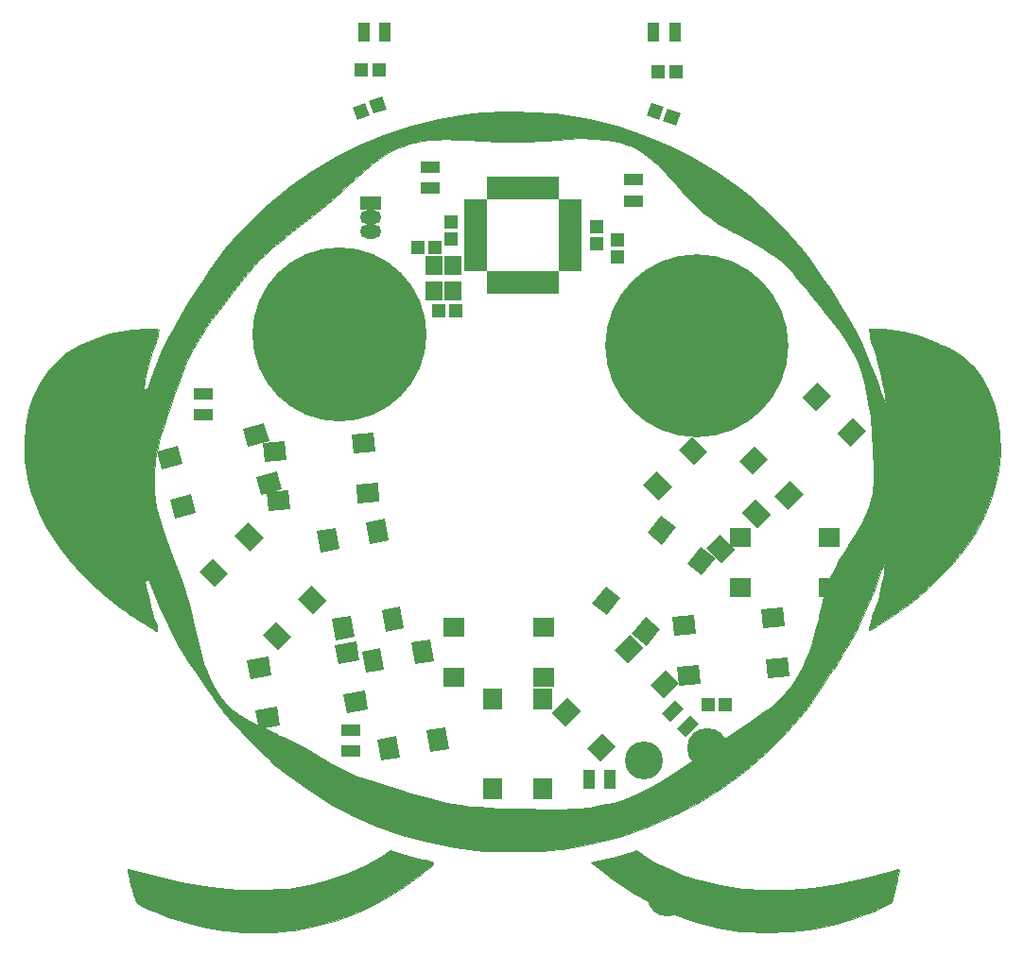
<source format=gts>
G04 #@! TF.FileFunction,Soldermask,Top*
%FSLAX46Y46*%
G04 Gerber Fmt 4.6, Leading zero omitted, Abs format (unit mm)*
G04 Created by KiCad (PCBNEW 4.0.7-e2-6376~58~ubuntu16.04.1) date Sun Nov 19 08:32:38 2017*
%MOMM*%
%LPD*%
G01*
G04 APERTURE LIST*
%ADD10C,0.100000*%
%ADD11C,0.010000*%
%ADD12C,15.600000*%
%ADD13C,16.400000*%
%ADD14R,1.150000X1.200000*%
%ADD15R,1.200000X1.150000*%
%ADD16R,1.593800X1.797000*%
%ADD17R,2.000000X0.950000*%
%ADD18R,0.950000X2.000000*%
%ADD19R,1.700000X1.100000*%
%ADD20C,3.600000*%
%ADD21C,3.400000*%
%ADD22R,1.950000X1.700000*%
%ADD23R,1.700000X1.950000*%
%ADD24O,1.900000X1.300000*%
%ADD25R,1.900000X1.300000*%
%ADD26R,1.200000X1.200000*%
%ADD27R,1.100000X1.700000*%
G04 APERTURE END LIST*
D10*
D11*
G36*
X101866427Y-91709551D02*
X102415028Y-91868559D01*
X103026394Y-92033927D01*
X103604727Y-92180168D01*
X103862266Y-92240568D01*
X104249555Y-92327355D01*
X104517348Y-92400026D01*
X104661584Y-92478580D01*
X104678207Y-92583014D01*
X104563157Y-92733326D01*
X104312374Y-92949514D01*
X103921802Y-93251576D01*
X103608692Y-93489966D01*
X101766849Y-94793632D01*
X99900975Y-95911159D01*
X98009546Y-96843204D01*
X96091040Y-97590425D01*
X94143932Y-98153480D01*
X92166699Y-98533027D01*
X91815403Y-98580895D01*
X91161386Y-98643444D01*
X90371036Y-98685478D01*
X89495039Y-98707090D01*
X88584078Y-98708372D01*
X87688837Y-98689419D01*
X86860000Y-98650322D01*
X86148252Y-98591175D01*
X85970119Y-98570174D01*
X84383983Y-98304701D01*
X82750319Y-97913586D01*
X81542629Y-97549405D01*
X80966810Y-97350513D01*
X80369931Y-97128418D01*
X79783186Y-96896360D01*
X79237771Y-96667579D01*
X78764883Y-96455314D01*
X78395715Y-96272804D01*
X78161465Y-96133290D01*
X78114501Y-96094489D01*
X78052183Y-95969362D01*
X77958605Y-95705333D01*
X77843846Y-95339414D01*
X77717982Y-94908613D01*
X77591092Y-94449942D01*
X77473250Y-94000409D01*
X77374536Y-93597024D01*
X77305026Y-93276798D01*
X77274797Y-93076741D01*
X77279963Y-93029513D01*
X77380333Y-93038876D01*
X77615175Y-93096364D01*
X77940422Y-93190741D01*
X78065923Y-93229919D01*
X79309477Y-93592503D01*
X80684671Y-93935709D01*
X82135128Y-94247260D01*
X83604474Y-94514884D01*
X84788184Y-94693530D01*
X85481177Y-94769360D01*
X86296683Y-94828961D01*
X87192948Y-94871762D01*
X88128217Y-94897192D01*
X89060736Y-94904681D01*
X89948750Y-94893659D01*
X90750505Y-94863555D01*
X91424246Y-94813800D01*
X91655592Y-94787351D01*
X93593222Y-94461228D01*
X95410086Y-94005566D01*
X97100400Y-93422333D01*
X98658383Y-92713496D01*
X99953182Y-91962959D01*
X100830060Y-91394914D01*
X101866427Y-91709551D01*
X101866427Y-91709551D01*
G37*
X101866427Y-91709551D02*
X102415028Y-91868559D01*
X103026394Y-92033927D01*
X103604727Y-92180168D01*
X103862266Y-92240568D01*
X104249555Y-92327355D01*
X104517348Y-92400026D01*
X104661584Y-92478580D01*
X104678207Y-92583014D01*
X104563157Y-92733326D01*
X104312374Y-92949514D01*
X103921802Y-93251576D01*
X103608692Y-93489966D01*
X101766849Y-94793632D01*
X99900975Y-95911159D01*
X98009546Y-96843204D01*
X96091040Y-97590425D01*
X94143932Y-98153480D01*
X92166699Y-98533027D01*
X91815403Y-98580895D01*
X91161386Y-98643444D01*
X90371036Y-98685478D01*
X89495039Y-98707090D01*
X88584078Y-98708372D01*
X87688837Y-98689419D01*
X86860000Y-98650322D01*
X86148252Y-98591175D01*
X85970119Y-98570174D01*
X84383983Y-98304701D01*
X82750319Y-97913586D01*
X81542629Y-97549405D01*
X80966810Y-97350513D01*
X80369931Y-97128418D01*
X79783186Y-96896360D01*
X79237771Y-96667579D01*
X78764883Y-96455314D01*
X78395715Y-96272804D01*
X78161465Y-96133290D01*
X78114501Y-96094489D01*
X78052183Y-95969362D01*
X77958605Y-95705333D01*
X77843846Y-95339414D01*
X77717982Y-94908613D01*
X77591092Y-94449942D01*
X77473250Y-94000409D01*
X77374536Y-93597024D01*
X77305026Y-93276798D01*
X77274797Y-93076741D01*
X77279963Y-93029513D01*
X77380333Y-93038876D01*
X77615175Y-93096364D01*
X77940422Y-93190741D01*
X78065923Y-93229919D01*
X79309477Y-93592503D01*
X80684671Y-93935709D01*
X82135128Y-94247260D01*
X83604474Y-94514884D01*
X84788184Y-94693530D01*
X85481177Y-94769360D01*
X86296683Y-94828961D01*
X87192948Y-94871762D01*
X88128217Y-94897192D01*
X89060736Y-94904681D01*
X89948750Y-94893659D01*
X90750505Y-94863555D01*
X91424246Y-94813800D01*
X91655592Y-94787351D01*
X93593222Y-94461228D01*
X95410086Y-94005566D01*
X97100400Y-93422333D01*
X98658383Y-92713496D01*
X99953182Y-91962959D01*
X100830060Y-91394914D01*
X101866427Y-91709551D01*
G36*
X123465660Y-91791936D02*
X124470281Y-92416611D01*
X125616115Y-93002504D01*
X126857089Y-93528805D01*
X128147130Y-93974703D01*
X128579666Y-94101755D01*
X130420841Y-94526889D01*
X132361615Y-94799853D01*
X134391628Y-94921150D01*
X136500523Y-94891286D01*
X138677942Y-94710764D01*
X140913526Y-94380088D01*
X143196918Y-93899763D01*
X145489481Y-93278802D01*
X145949921Y-93150538D01*
X146255162Y-93088528D01*
X146396832Y-93094302D01*
X146406260Y-93111398D01*
X146384182Y-93236266D01*
X146323599Y-93509174D01*
X146232502Y-93895851D01*
X146118883Y-94362026D01*
X146051968Y-94630799D01*
X145698120Y-96041910D01*
X144711856Y-96530248D01*
X144064816Y-96824822D01*
X143289916Y-97136334D01*
X142443748Y-97444610D01*
X141582903Y-97729478D01*
X140763973Y-97970763D01*
X140414278Y-98062223D01*
X139614512Y-98251261D01*
X138887987Y-98397954D01*
X138188589Y-98507687D01*
X137470205Y-98585846D01*
X136686724Y-98637814D01*
X135792034Y-98668979D01*
X135117814Y-98680772D01*
X134430622Y-98685406D01*
X133763422Y-98682590D01*
X133153138Y-98673035D01*
X132636696Y-98657447D01*
X132251020Y-98636538D01*
X132107443Y-98622956D01*
X130140466Y-98287821D01*
X128184932Y-97770138D01*
X126253697Y-97075504D01*
X124359617Y-96209515D01*
X122515547Y-95177766D01*
X120734343Y-93985854D01*
X119774021Y-93254414D01*
X118809288Y-92485843D01*
X120218402Y-92137635D01*
X120768630Y-91998074D01*
X121310552Y-91854293D01*
X121791702Y-91720631D01*
X122159616Y-91611425D01*
X122247363Y-91583155D01*
X122867211Y-91376883D01*
X123465660Y-91791936D01*
X123465660Y-91791936D01*
G37*
X123465660Y-91791936D02*
X124470281Y-92416611D01*
X125616115Y-93002504D01*
X126857089Y-93528805D01*
X128147130Y-93974703D01*
X128579666Y-94101755D01*
X130420841Y-94526889D01*
X132361615Y-94799853D01*
X134391628Y-94921150D01*
X136500523Y-94891286D01*
X138677942Y-94710764D01*
X140913526Y-94380088D01*
X143196918Y-93899763D01*
X145489481Y-93278802D01*
X145949921Y-93150538D01*
X146255162Y-93088528D01*
X146396832Y-93094302D01*
X146406260Y-93111398D01*
X146384182Y-93236266D01*
X146323599Y-93509174D01*
X146232502Y-93895851D01*
X146118883Y-94362026D01*
X146051968Y-94630799D01*
X145698120Y-96041910D01*
X144711856Y-96530248D01*
X144064816Y-96824822D01*
X143289916Y-97136334D01*
X142443748Y-97444610D01*
X141582903Y-97729478D01*
X140763973Y-97970763D01*
X140414278Y-98062223D01*
X139614512Y-98251261D01*
X138887987Y-98397954D01*
X138188589Y-98507687D01*
X137470205Y-98585846D01*
X136686724Y-98637814D01*
X135792034Y-98668979D01*
X135117814Y-98680772D01*
X134430622Y-98685406D01*
X133763422Y-98682590D01*
X133153138Y-98673035D01*
X132636696Y-98657447D01*
X132251020Y-98636538D01*
X132107443Y-98622956D01*
X130140466Y-98287821D01*
X128184932Y-97770138D01*
X126253697Y-97075504D01*
X124359617Y-96209515D01*
X122515547Y-95177766D01*
X120734343Y-93985854D01*
X119774021Y-93254414D01*
X118809288Y-92485843D01*
X120218402Y-92137635D01*
X120768630Y-91998074D01*
X121310552Y-91854293D01*
X121791702Y-91720631D01*
X122159616Y-91611425D01*
X122247363Y-91583155D01*
X122867211Y-91376883D01*
X123465660Y-91791936D01*
G36*
X112302616Y-25179875D02*
X113240635Y-25200879D01*
X114145092Y-25235095D01*
X114974681Y-25281680D01*
X115688095Y-25339790D01*
X116114851Y-25389425D01*
X118632704Y-25829260D01*
X121076973Y-26440762D01*
X123444224Y-27222422D01*
X125731027Y-28172728D01*
X127933948Y-29290172D01*
X130049555Y-30573242D01*
X132074416Y-32020430D01*
X133142258Y-32880829D01*
X133795306Y-33454311D01*
X134521096Y-34134537D01*
X135281402Y-34882478D01*
X136037998Y-35659104D01*
X136752657Y-36425385D01*
X137387155Y-37142291D01*
X137785681Y-37621910D01*
X138158560Y-38106955D01*
X138605673Y-38720671D01*
X139104755Y-39430216D01*
X139633539Y-40202745D01*
X140169761Y-41005414D01*
X140691153Y-41805379D01*
X141175451Y-42569796D01*
X141513257Y-43120448D01*
X142308041Y-44534204D01*
X143076234Y-46085674D01*
X143795053Y-47724463D01*
X144441713Y-49400175D01*
X144732134Y-50239957D01*
X144878103Y-50669324D01*
X145004539Y-51021803D01*
X145099512Y-51265540D01*
X145151088Y-51368680D01*
X145155249Y-51369537D01*
X145171582Y-51244087D01*
X145146219Y-50965387D01*
X145085405Y-50562128D01*
X144995386Y-50062997D01*
X144882404Y-49496684D01*
X144752707Y-48891877D01*
X144612538Y-48277266D01*
X144468142Y-47681539D01*
X144325764Y-47133384D01*
X144191649Y-46661492D01*
X144072043Y-46294551D01*
X144022747Y-46166818D01*
X143881782Y-45769015D01*
X143768039Y-45342141D01*
X143725268Y-45109773D01*
X143656898Y-44601340D01*
X144914208Y-44661022D01*
X146115696Y-44757923D01*
X147164526Y-44929627D01*
X148082564Y-45180641D01*
X148767549Y-45455575D01*
X149186769Y-45649452D01*
X149605422Y-45838542D01*
X149949995Y-45989761D01*
X150028555Y-46023057D01*
X150400902Y-46179292D01*
X150787749Y-46342395D01*
X150922258Y-46399350D01*
X151354783Y-46629325D01*
X151849692Y-46966622D01*
X152353444Y-47370370D01*
X152812495Y-47799699D01*
X152954938Y-47950923D01*
X153732034Y-48949020D01*
X154365576Y-50063951D01*
X154853230Y-51288227D01*
X155192664Y-52614359D01*
X155381544Y-54034859D01*
X155417538Y-55542238D01*
X155407519Y-55824049D01*
X155267283Y-57301322D01*
X154975865Y-58736396D01*
X154526832Y-60146356D01*
X153913754Y-61548288D01*
X153130198Y-62959277D01*
X152192438Y-64364909D01*
X151749660Y-64932771D01*
X151185806Y-65582255D01*
X150531270Y-66283375D01*
X149816443Y-67006142D01*
X149071719Y-67720568D01*
X148327492Y-68396667D01*
X147614153Y-69004449D01*
X147009101Y-69479124D01*
X146454897Y-69883486D01*
X145897178Y-70275878D01*
X145357891Y-70642279D01*
X144858981Y-70968668D01*
X144422395Y-71241024D01*
X144070079Y-71445327D01*
X143823978Y-71567557D01*
X143706038Y-71593693D01*
X143702926Y-71591343D01*
X143693794Y-71472002D01*
X143734421Y-71220687D01*
X143812373Y-70882997D01*
X143915217Y-70504531D01*
X144030519Y-70130888D01*
X144145848Y-69807666D01*
X144248768Y-69580465D01*
X144253446Y-69572305D01*
X144363282Y-69327747D01*
X144486134Y-68968666D01*
X144598507Y-68565111D01*
X144616779Y-68488998D01*
X144712351Y-68053589D01*
X144811900Y-67556651D01*
X144909380Y-67033981D01*
X144998745Y-66521375D01*
X145073950Y-66054630D01*
X145128947Y-65669541D01*
X145157692Y-65401906D01*
X145156654Y-65292505D01*
X145116412Y-65333495D01*
X145033019Y-65523563D01*
X144918675Y-65831965D01*
X144786339Y-66225610D01*
X144173017Y-67959351D01*
X143449866Y-69712699D01*
X142645682Y-71421301D01*
X141789263Y-73020803D01*
X141600129Y-73345862D01*
X141169036Y-74057559D01*
X140679266Y-74836106D01*
X140153331Y-75647992D01*
X139613746Y-76459705D01*
X139083026Y-77237733D01*
X138583685Y-77948566D01*
X138138237Y-78558692D01*
X137823291Y-78967465D01*
X136201411Y-80850516D01*
X134452158Y-82602546D01*
X132585510Y-84216732D01*
X130611447Y-85686248D01*
X128539947Y-87004270D01*
X126380990Y-88163974D01*
X124144554Y-89158534D01*
X121840619Y-89981126D01*
X121618184Y-90050207D01*
X119868557Y-90530678D01*
X118041877Y-90928705D01*
X116217076Y-91228679D01*
X114891888Y-91380404D01*
X114515608Y-91405171D01*
X113999294Y-91425872D01*
X113379132Y-91442281D01*
X112691302Y-91454171D01*
X111971989Y-91461315D01*
X111257375Y-91463487D01*
X110583643Y-91460459D01*
X109986978Y-91452006D01*
X109503561Y-91437901D01*
X109169575Y-91417916D01*
X109153369Y-91416356D01*
X106623449Y-91087110D01*
X104206725Y-90612945D01*
X101890497Y-89988761D01*
X99662062Y-89209459D01*
X97508721Y-88269939D01*
X95417773Y-87165102D01*
X93376516Y-85889849D01*
X91372250Y-84439080D01*
X90950036Y-84107802D01*
X90460444Y-83696140D01*
X89879547Y-83171486D01*
X89237727Y-82564351D01*
X88565364Y-81905245D01*
X87892840Y-81224676D01*
X87250534Y-80553155D01*
X86668829Y-79921191D01*
X86178105Y-79359293D01*
X85971890Y-79108577D01*
X85652735Y-78692298D01*
X85255665Y-78147142D01*
X84801721Y-77504254D01*
X84311946Y-76794779D01*
X83807381Y-76049862D01*
X83309066Y-75300650D01*
X82838045Y-74578288D01*
X82415358Y-73913920D01*
X82062046Y-73338693D01*
X81976815Y-73195120D01*
X80996078Y-71383437D01*
X80091388Y-69417587D01*
X79272602Y-67319526D01*
X79043800Y-66663510D01*
X78877884Y-66182611D01*
X78731896Y-65774219D01*
X78616563Y-65467177D01*
X78542612Y-65290328D01*
X78521481Y-65259107D01*
X78507506Y-65381957D01*
X78534435Y-65658665D01*
X78596087Y-66060931D01*
X78686284Y-66560450D01*
X78798846Y-67128920D01*
X78927593Y-67738038D01*
X79066347Y-68359501D01*
X79208928Y-68965008D01*
X79349156Y-69526254D01*
X79480853Y-70014937D01*
X79597839Y-70402755D01*
X79693935Y-70661404D01*
X79706977Y-70688947D01*
X79822902Y-70969236D01*
X79908880Y-71263565D01*
X79954594Y-71520216D01*
X79949726Y-71687468D01*
X79913399Y-71723762D01*
X79791139Y-71673528D01*
X79542707Y-71535174D01*
X79196938Y-71327219D01*
X78782670Y-71068183D01*
X78328737Y-70776585D01*
X77863977Y-70470947D01*
X77417224Y-70169787D01*
X77017315Y-69891625D01*
X76697814Y-69658561D01*
X75044162Y-68322038D01*
X73556705Y-66941462D01*
X72238903Y-65521283D01*
X71094220Y-64065951D01*
X70126116Y-62579915D01*
X69338053Y-61067625D01*
X68733493Y-59533532D01*
X68671029Y-59340557D01*
X68447537Y-58452843D01*
X79628977Y-58452843D01*
X79658809Y-59146992D01*
X79740334Y-59858897D01*
X79878861Y-60611244D01*
X80079700Y-61426718D01*
X80348160Y-62328005D01*
X80689551Y-63337793D01*
X81109181Y-64478767D01*
X81390276Y-65208987D01*
X81717047Y-66051548D01*
X81985228Y-66759040D01*
X82206879Y-67370770D01*
X82394063Y-67926047D01*
X82558843Y-68464180D01*
X82713279Y-69024477D01*
X82869436Y-69646246D01*
X83039373Y-70368797D01*
X83226482Y-71192887D01*
X83531541Y-72489555D01*
X83824732Y-73611897D01*
X84110228Y-74573052D01*
X84392202Y-75386156D01*
X84674826Y-76064347D01*
X84936214Y-76575534D01*
X85315322Y-77198154D01*
X85710678Y-77750621D01*
X86142579Y-78248442D01*
X86631321Y-78707124D01*
X87197200Y-79142174D01*
X87860514Y-79569098D01*
X88641558Y-80003404D01*
X89560629Y-80460598D01*
X90638025Y-80956187D01*
X90714851Y-80990469D01*
X91449123Y-81319953D01*
X92046597Y-81595247D01*
X92543678Y-81835648D01*
X92976769Y-82060454D01*
X93382277Y-82288962D01*
X93796606Y-82540470D01*
X94256160Y-82834274D01*
X94525153Y-83010218D01*
X95056859Y-83349943D01*
X95571320Y-83655140D01*
X96091410Y-83935299D01*
X96640007Y-84199910D01*
X97239986Y-84458462D01*
X97914222Y-84720446D01*
X98685591Y-84995351D01*
X99576969Y-85292667D01*
X100611232Y-85621883D01*
X101439295Y-85878492D01*
X102647982Y-86245065D01*
X103710436Y-86554014D01*
X104657726Y-86810678D01*
X105520921Y-87020395D01*
X106331088Y-87188502D01*
X107119296Y-87320338D01*
X107916613Y-87421241D01*
X108754108Y-87496549D01*
X109662849Y-87551599D01*
X110673904Y-87591732D01*
X111552258Y-87616081D01*
X112605026Y-87641266D01*
X113490653Y-87661661D01*
X114230088Y-87677269D01*
X114844277Y-87688095D01*
X115354167Y-87694141D01*
X115780705Y-87695414D01*
X116144839Y-87691916D01*
X116467516Y-87683651D01*
X116769683Y-87670624D01*
X117072286Y-87652838D01*
X117396273Y-87630298D01*
X117572999Y-87617233D01*
X118686869Y-87503817D01*
X119749645Y-87328927D01*
X120781417Y-87083832D01*
X121802271Y-86759796D01*
X122832297Y-86348088D01*
X123891582Y-85839974D01*
X125000215Y-85226721D01*
X126178283Y-84499595D01*
X127445874Y-83649863D01*
X128626703Y-82811631D01*
X129168826Y-82426056D01*
X129812159Y-81980446D01*
X130498369Y-81514496D01*
X131169124Y-81067902D01*
X131637073Y-80763027D01*
X132636166Y-80111132D01*
X133489023Y-79533239D01*
X134214818Y-79013681D01*
X134832726Y-78536797D01*
X135361918Y-78086923D01*
X135821569Y-77648393D01*
X136230852Y-77205546D01*
X136608941Y-76742717D01*
X136692720Y-76632835D01*
X137084888Y-76082527D01*
X137433324Y-75522896D01*
X137747850Y-74929458D01*
X138038286Y-74277728D01*
X138314453Y-73543222D01*
X138586172Y-72701454D01*
X138863264Y-71727941D01*
X139155550Y-70598196D01*
X139223738Y-70322716D01*
X139452451Y-69401824D01*
X139652309Y-68632155D01*
X139836676Y-67981580D01*
X140018918Y-67417973D01*
X140212400Y-66909206D01*
X140430486Y-66423152D01*
X140686543Y-65927683D01*
X140993935Y-65390671D01*
X141366028Y-64779990D01*
X141816186Y-64063512D01*
X141849468Y-64010932D01*
X142461838Y-63014079D01*
X142959218Y-62134809D01*
X143351681Y-61350135D01*
X143649299Y-60637075D01*
X143862146Y-59972644D01*
X144000294Y-59333858D01*
X144046739Y-58997231D01*
X144071352Y-58622116D01*
X144081628Y-58093715D01*
X144078800Y-57446241D01*
X144064103Y-56713911D01*
X144038770Y-55930939D01*
X144004037Y-55131542D01*
X143961136Y-54349934D01*
X143911301Y-53620331D01*
X143855767Y-52976949D01*
X143816605Y-52616278D01*
X143735187Y-52011966D01*
X143631792Y-51344626D01*
X143520788Y-50702829D01*
X143433622Y-50255154D01*
X143225854Y-49347880D01*
X142994484Y-48523599D01*
X142725615Y-47756300D01*
X142405350Y-47019971D01*
X142019793Y-46288599D01*
X141555045Y-45536173D01*
X140997210Y-44736681D01*
X140332391Y-43864110D01*
X139546691Y-42892449D01*
X139415372Y-42733921D01*
X138959200Y-42182971D01*
X138495468Y-41619817D01*
X138053690Y-41080519D01*
X137663376Y-40601141D01*
X137354042Y-40217743D01*
X137271933Y-40114873D01*
X136816846Y-39564742D01*
X136370280Y-39078566D01*
X135906819Y-38637096D01*
X135401046Y-38221084D01*
X134827545Y-37811284D01*
X134160898Y-37388447D01*
X133375691Y-36933326D01*
X132446506Y-36426674D01*
X132295592Y-36346344D01*
X131417535Y-35875851D01*
X130680984Y-35467534D01*
X130058689Y-35100369D01*
X129523404Y-34753330D01*
X129047881Y-34405394D01*
X128604873Y-34035535D01*
X128167131Y-33622729D01*
X127707409Y-33145951D01*
X127198458Y-32584177D01*
X126732834Y-32054028D01*
X126283802Y-31544820D01*
X125833536Y-31045065D01*
X125410758Y-30585852D01*
X125044191Y-30198270D01*
X124762558Y-29913410D01*
X124699409Y-29853084D01*
X124111523Y-29350056D01*
X123472912Y-28883923D01*
X122836010Y-28489520D01*
X122253252Y-28201682D01*
X122155089Y-28162715D01*
X121230948Y-27882651D01*
X120169385Y-27684498D01*
X119004035Y-27571809D01*
X117768533Y-27548139D01*
X116773369Y-27594088D01*
X115716674Y-27672671D01*
X114820185Y-27737228D01*
X114056525Y-27788304D01*
X113398318Y-27826445D01*
X112818187Y-27852200D01*
X112288756Y-27866113D01*
X111782647Y-27868731D01*
X111272484Y-27860602D01*
X110730891Y-27842270D01*
X110130490Y-27814283D01*
X109443906Y-27777186D01*
X108964607Y-27749948D01*
X107746924Y-27687356D01*
X106692434Y-27650500D01*
X105777722Y-27641063D01*
X104979376Y-27660728D01*
X104273983Y-27711178D01*
X103638130Y-27794097D01*
X103048405Y-27911166D01*
X102481395Y-28064070D01*
X101913686Y-28254492D01*
X101905679Y-28257412D01*
X101360131Y-28475007D01*
X100837452Y-28726240D01*
X100317115Y-29026091D01*
X99778596Y-29389541D01*
X99201369Y-29831569D01*
X98564908Y-30367158D01*
X97848688Y-31011288D01*
X97032182Y-31778939D01*
X96876703Y-31927814D01*
X95773291Y-32946113D01*
X94655421Y-33890756D01*
X93442999Y-34829551D01*
X92470788Y-35560359D01*
X91630128Y-36209625D01*
X90896644Y-36801096D01*
X90245958Y-37358521D01*
X89653693Y-37905647D01*
X89095473Y-38466221D01*
X88546921Y-39063993D01*
X87983660Y-39722710D01*
X87381314Y-40466120D01*
X86715505Y-41317970D01*
X86513590Y-41580192D01*
X85749182Y-42581407D01*
X85091960Y-43458301D01*
X84529460Y-44231755D01*
X84049218Y-44922650D01*
X83638771Y-45551868D01*
X83285656Y-46140291D01*
X82977409Y-46708799D01*
X82701566Y-47278274D01*
X82445665Y-47869599D01*
X82197243Y-48503654D01*
X81943834Y-49201321D01*
X81913627Y-49287095D01*
X81479122Y-50530128D01*
X81105428Y-51614945D01*
X80787693Y-52559652D01*
X80521068Y-53382353D01*
X80300703Y-54101151D01*
X80121749Y-54734153D01*
X79979355Y-55299461D01*
X79868671Y-55815181D01*
X79784847Y-56299417D01*
X79723034Y-56770273D01*
X79678382Y-57245854D01*
X79646040Y-57744264D01*
X79645530Y-57753762D01*
X79628977Y-58452843D01*
X68447537Y-58452843D01*
X68310839Y-57909880D01*
X68106126Y-56414788D01*
X68058212Y-54896009D01*
X68168417Y-53394268D01*
X68432046Y-51974513D01*
X68836907Y-50696707D01*
X69389785Y-49533947D01*
X70088386Y-48488112D01*
X70930417Y-47561084D01*
X71913585Y-46754743D01*
X73035596Y-46070969D01*
X74294156Y-45511641D01*
X75686972Y-45078641D01*
X77211750Y-44773849D01*
X77216205Y-44773177D01*
X77632082Y-44721495D01*
X78102690Y-44680575D01*
X78592363Y-44651315D01*
X79065433Y-44634615D01*
X79486236Y-44631372D01*
X79819104Y-44642484D01*
X80028370Y-44668850D01*
X80082847Y-44700984D01*
X80049211Y-44959968D01*
X79969458Y-45319096D01*
X79862374Y-45710960D01*
X79746744Y-46068150D01*
X79641352Y-46323256D01*
X79620323Y-46360746D01*
X79510366Y-46603275D01*
X79378692Y-46996479D01*
X79234218Y-47505396D01*
X79085858Y-48095063D01*
X78942529Y-48730517D01*
X78813146Y-49376794D01*
X78729663Y-49853482D01*
X78658072Y-50293126D01*
X78591860Y-50699007D01*
X78540762Y-51011480D01*
X78522689Y-51121540D01*
X78496108Y-51331244D01*
X78511602Y-51388849D01*
X78571694Y-51288832D01*
X78678907Y-51025672D01*
X78835766Y-50593843D01*
X79044793Y-49987824D01*
X79056481Y-49953377D01*
X79473105Y-48774977D01*
X79902517Y-47669207D01*
X80359514Y-46607100D01*
X80858894Y-45559688D01*
X81415455Y-44498005D01*
X82043995Y-43393084D01*
X82759310Y-42215956D01*
X83576198Y-40937656D01*
X83962573Y-40349366D01*
X84690414Y-39274326D01*
X85372121Y-38325997D01*
X86042207Y-37461102D01*
X86735188Y-36636367D01*
X87485579Y-35808515D01*
X88079156Y-35187909D01*
X89898586Y-33452194D01*
X91821850Y-31870521D01*
X93841732Y-30446313D01*
X95951018Y-29182993D01*
X98142491Y-28083982D01*
X100408937Y-27152704D01*
X102743140Y-26392581D01*
X105137885Y-25807035D01*
X107585956Y-25399490D01*
X109041031Y-25244872D01*
X109700241Y-25204583D01*
X110491112Y-25180884D01*
X111372339Y-25172929D01*
X112302616Y-25179875D01*
X112302616Y-25179875D01*
G37*
X112302616Y-25179875D02*
X113240635Y-25200879D01*
X114145092Y-25235095D01*
X114974681Y-25281680D01*
X115688095Y-25339790D01*
X116114851Y-25389425D01*
X118632704Y-25829260D01*
X121076973Y-26440762D01*
X123444224Y-27222422D01*
X125731027Y-28172728D01*
X127933948Y-29290172D01*
X130049555Y-30573242D01*
X132074416Y-32020430D01*
X133142258Y-32880829D01*
X133795306Y-33454311D01*
X134521096Y-34134537D01*
X135281402Y-34882478D01*
X136037998Y-35659104D01*
X136752657Y-36425385D01*
X137387155Y-37142291D01*
X137785681Y-37621910D01*
X138158560Y-38106955D01*
X138605673Y-38720671D01*
X139104755Y-39430216D01*
X139633539Y-40202745D01*
X140169761Y-41005414D01*
X140691153Y-41805379D01*
X141175451Y-42569796D01*
X141513257Y-43120448D01*
X142308041Y-44534204D01*
X143076234Y-46085674D01*
X143795053Y-47724463D01*
X144441713Y-49400175D01*
X144732134Y-50239957D01*
X144878103Y-50669324D01*
X145004539Y-51021803D01*
X145099512Y-51265540D01*
X145151088Y-51368680D01*
X145155249Y-51369537D01*
X145171582Y-51244087D01*
X145146219Y-50965387D01*
X145085405Y-50562128D01*
X144995386Y-50062997D01*
X144882404Y-49496684D01*
X144752707Y-48891877D01*
X144612538Y-48277266D01*
X144468142Y-47681539D01*
X144325764Y-47133384D01*
X144191649Y-46661492D01*
X144072043Y-46294551D01*
X144022747Y-46166818D01*
X143881782Y-45769015D01*
X143768039Y-45342141D01*
X143725268Y-45109773D01*
X143656898Y-44601340D01*
X144914208Y-44661022D01*
X146115696Y-44757923D01*
X147164526Y-44929627D01*
X148082564Y-45180641D01*
X148767549Y-45455575D01*
X149186769Y-45649452D01*
X149605422Y-45838542D01*
X149949995Y-45989761D01*
X150028555Y-46023057D01*
X150400902Y-46179292D01*
X150787749Y-46342395D01*
X150922258Y-46399350D01*
X151354783Y-46629325D01*
X151849692Y-46966622D01*
X152353444Y-47370370D01*
X152812495Y-47799699D01*
X152954938Y-47950923D01*
X153732034Y-48949020D01*
X154365576Y-50063951D01*
X154853230Y-51288227D01*
X155192664Y-52614359D01*
X155381544Y-54034859D01*
X155417538Y-55542238D01*
X155407519Y-55824049D01*
X155267283Y-57301322D01*
X154975865Y-58736396D01*
X154526832Y-60146356D01*
X153913754Y-61548288D01*
X153130198Y-62959277D01*
X152192438Y-64364909D01*
X151749660Y-64932771D01*
X151185806Y-65582255D01*
X150531270Y-66283375D01*
X149816443Y-67006142D01*
X149071719Y-67720568D01*
X148327492Y-68396667D01*
X147614153Y-69004449D01*
X147009101Y-69479124D01*
X146454897Y-69883486D01*
X145897178Y-70275878D01*
X145357891Y-70642279D01*
X144858981Y-70968668D01*
X144422395Y-71241024D01*
X144070079Y-71445327D01*
X143823978Y-71567557D01*
X143706038Y-71593693D01*
X143702926Y-71591343D01*
X143693794Y-71472002D01*
X143734421Y-71220687D01*
X143812373Y-70882997D01*
X143915217Y-70504531D01*
X144030519Y-70130888D01*
X144145848Y-69807666D01*
X144248768Y-69580465D01*
X144253446Y-69572305D01*
X144363282Y-69327747D01*
X144486134Y-68968666D01*
X144598507Y-68565111D01*
X144616779Y-68488998D01*
X144712351Y-68053589D01*
X144811900Y-67556651D01*
X144909380Y-67033981D01*
X144998745Y-66521375D01*
X145073950Y-66054630D01*
X145128947Y-65669541D01*
X145157692Y-65401906D01*
X145156654Y-65292505D01*
X145116412Y-65333495D01*
X145033019Y-65523563D01*
X144918675Y-65831965D01*
X144786339Y-66225610D01*
X144173017Y-67959351D01*
X143449866Y-69712699D01*
X142645682Y-71421301D01*
X141789263Y-73020803D01*
X141600129Y-73345862D01*
X141169036Y-74057559D01*
X140679266Y-74836106D01*
X140153331Y-75647992D01*
X139613746Y-76459705D01*
X139083026Y-77237733D01*
X138583685Y-77948566D01*
X138138237Y-78558692D01*
X137823291Y-78967465D01*
X136201411Y-80850516D01*
X134452158Y-82602546D01*
X132585510Y-84216732D01*
X130611447Y-85686248D01*
X128539947Y-87004270D01*
X126380990Y-88163974D01*
X124144554Y-89158534D01*
X121840619Y-89981126D01*
X121618184Y-90050207D01*
X119868557Y-90530678D01*
X118041877Y-90928705D01*
X116217076Y-91228679D01*
X114891888Y-91380404D01*
X114515608Y-91405171D01*
X113999294Y-91425872D01*
X113379132Y-91442281D01*
X112691302Y-91454171D01*
X111971989Y-91461315D01*
X111257375Y-91463487D01*
X110583643Y-91460459D01*
X109986978Y-91452006D01*
X109503561Y-91437901D01*
X109169575Y-91417916D01*
X109153369Y-91416356D01*
X106623449Y-91087110D01*
X104206725Y-90612945D01*
X101890497Y-89988761D01*
X99662062Y-89209459D01*
X97508721Y-88269939D01*
X95417773Y-87165102D01*
X93376516Y-85889849D01*
X91372250Y-84439080D01*
X90950036Y-84107802D01*
X90460444Y-83696140D01*
X89879547Y-83171486D01*
X89237727Y-82564351D01*
X88565364Y-81905245D01*
X87892840Y-81224676D01*
X87250534Y-80553155D01*
X86668829Y-79921191D01*
X86178105Y-79359293D01*
X85971890Y-79108577D01*
X85652735Y-78692298D01*
X85255665Y-78147142D01*
X84801721Y-77504254D01*
X84311946Y-76794779D01*
X83807381Y-76049862D01*
X83309066Y-75300650D01*
X82838045Y-74578288D01*
X82415358Y-73913920D01*
X82062046Y-73338693D01*
X81976815Y-73195120D01*
X80996078Y-71383437D01*
X80091388Y-69417587D01*
X79272602Y-67319526D01*
X79043800Y-66663510D01*
X78877884Y-66182611D01*
X78731896Y-65774219D01*
X78616563Y-65467177D01*
X78542612Y-65290328D01*
X78521481Y-65259107D01*
X78507506Y-65381957D01*
X78534435Y-65658665D01*
X78596087Y-66060931D01*
X78686284Y-66560450D01*
X78798846Y-67128920D01*
X78927593Y-67738038D01*
X79066347Y-68359501D01*
X79208928Y-68965008D01*
X79349156Y-69526254D01*
X79480853Y-70014937D01*
X79597839Y-70402755D01*
X79693935Y-70661404D01*
X79706977Y-70688947D01*
X79822902Y-70969236D01*
X79908880Y-71263565D01*
X79954594Y-71520216D01*
X79949726Y-71687468D01*
X79913399Y-71723762D01*
X79791139Y-71673528D01*
X79542707Y-71535174D01*
X79196938Y-71327219D01*
X78782670Y-71068183D01*
X78328737Y-70776585D01*
X77863977Y-70470947D01*
X77417224Y-70169787D01*
X77017315Y-69891625D01*
X76697814Y-69658561D01*
X75044162Y-68322038D01*
X73556705Y-66941462D01*
X72238903Y-65521283D01*
X71094220Y-64065951D01*
X70126116Y-62579915D01*
X69338053Y-61067625D01*
X68733493Y-59533532D01*
X68671029Y-59340557D01*
X68447537Y-58452843D01*
X79628977Y-58452843D01*
X79658809Y-59146992D01*
X79740334Y-59858897D01*
X79878861Y-60611244D01*
X80079700Y-61426718D01*
X80348160Y-62328005D01*
X80689551Y-63337793D01*
X81109181Y-64478767D01*
X81390276Y-65208987D01*
X81717047Y-66051548D01*
X81985228Y-66759040D01*
X82206879Y-67370770D01*
X82394063Y-67926047D01*
X82558843Y-68464180D01*
X82713279Y-69024477D01*
X82869436Y-69646246D01*
X83039373Y-70368797D01*
X83226482Y-71192887D01*
X83531541Y-72489555D01*
X83824732Y-73611897D01*
X84110228Y-74573052D01*
X84392202Y-75386156D01*
X84674826Y-76064347D01*
X84936214Y-76575534D01*
X85315322Y-77198154D01*
X85710678Y-77750621D01*
X86142579Y-78248442D01*
X86631321Y-78707124D01*
X87197200Y-79142174D01*
X87860514Y-79569098D01*
X88641558Y-80003404D01*
X89560629Y-80460598D01*
X90638025Y-80956187D01*
X90714851Y-80990469D01*
X91449123Y-81319953D01*
X92046597Y-81595247D01*
X92543678Y-81835648D01*
X92976769Y-82060454D01*
X93382277Y-82288962D01*
X93796606Y-82540470D01*
X94256160Y-82834274D01*
X94525153Y-83010218D01*
X95056859Y-83349943D01*
X95571320Y-83655140D01*
X96091410Y-83935299D01*
X96640007Y-84199910D01*
X97239986Y-84458462D01*
X97914222Y-84720446D01*
X98685591Y-84995351D01*
X99576969Y-85292667D01*
X100611232Y-85621883D01*
X101439295Y-85878492D01*
X102647982Y-86245065D01*
X103710436Y-86554014D01*
X104657726Y-86810678D01*
X105520921Y-87020395D01*
X106331088Y-87188502D01*
X107119296Y-87320338D01*
X107916613Y-87421241D01*
X108754108Y-87496549D01*
X109662849Y-87551599D01*
X110673904Y-87591732D01*
X111552258Y-87616081D01*
X112605026Y-87641266D01*
X113490653Y-87661661D01*
X114230088Y-87677269D01*
X114844277Y-87688095D01*
X115354167Y-87694141D01*
X115780705Y-87695414D01*
X116144839Y-87691916D01*
X116467516Y-87683651D01*
X116769683Y-87670624D01*
X117072286Y-87652838D01*
X117396273Y-87630298D01*
X117572999Y-87617233D01*
X118686869Y-87503817D01*
X119749645Y-87328927D01*
X120781417Y-87083832D01*
X121802271Y-86759796D01*
X122832297Y-86348088D01*
X123891582Y-85839974D01*
X125000215Y-85226721D01*
X126178283Y-84499595D01*
X127445874Y-83649863D01*
X128626703Y-82811631D01*
X129168826Y-82426056D01*
X129812159Y-81980446D01*
X130498369Y-81514496D01*
X131169124Y-81067902D01*
X131637073Y-80763027D01*
X132636166Y-80111132D01*
X133489023Y-79533239D01*
X134214818Y-79013681D01*
X134832726Y-78536797D01*
X135361918Y-78086923D01*
X135821569Y-77648393D01*
X136230852Y-77205546D01*
X136608941Y-76742717D01*
X136692720Y-76632835D01*
X137084888Y-76082527D01*
X137433324Y-75522896D01*
X137747850Y-74929458D01*
X138038286Y-74277728D01*
X138314453Y-73543222D01*
X138586172Y-72701454D01*
X138863264Y-71727941D01*
X139155550Y-70598196D01*
X139223738Y-70322716D01*
X139452451Y-69401824D01*
X139652309Y-68632155D01*
X139836676Y-67981580D01*
X140018918Y-67417973D01*
X140212400Y-66909206D01*
X140430486Y-66423152D01*
X140686543Y-65927683D01*
X140993935Y-65390671D01*
X141366028Y-64779990D01*
X141816186Y-64063512D01*
X141849468Y-64010932D01*
X142461838Y-63014079D01*
X142959218Y-62134809D01*
X143351681Y-61350135D01*
X143649299Y-60637075D01*
X143862146Y-59972644D01*
X144000294Y-59333858D01*
X144046739Y-58997231D01*
X144071352Y-58622116D01*
X144081628Y-58093715D01*
X144078800Y-57446241D01*
X144064103Y-56713911D01*
X144038770Y-55930939D01*
X144004037Y-55131542D01*
X143961136Y-54349934D01*
X143911301Y-53620331D01*
X143855767Y-52976949D01*
X143816605Y-52616278D01*
X143735187Y-52011966D01*
X143631792Y-51344626D01*
X143520788Y-50702829D01*
X143433622Y-50255154D01*
X143225854Y-49347880D01*
X142994484Y-48523599D01*
X142725615Y-47756300D01*
X142405350Y-47019971D01*
X142019793Y-46288599D01*
X141555045Y-45536173D01*
X140997210Y-44736681D01*
X140332391Y-43864110D01*
X139546691Y-42892449D01*
X139415372Y-42733921D01*
X138959200Y-42182971D01*
X138495468Y-41619817D01*
X138053690Y-41080519D01*
X137663376Y-40601141D01*
X137354042Y-40217743D01*
X137271933Y-40114873D01*
X136816846Y-39564742D01*
X136370280Y-39078566D01*
X135906819Y-38637096D01*
X135401046Y-38221084D01*
X134827545Y-37811284D01*
X134160898Y-37388447D01*
X133375691Y-36933326D01*
X132446506Y-36426674D01*
X132295592Y-36346344D01*
X131417535Y-35875851D01*
X130680984Y-35467534D01*
X130058689Y-35100369D01*
X129523404Y-34753330D01*
X129047881Y-34405394D01*
X128604873Y-34035535D01*
X128167131Y-33622729D01*
X127707409Y-33145951D01*
X127198458Y-32584177D01*
X126732834Y-32054028D01*
X126283802Y-31544820D01*
X125833536Y-31045065D01*
X125410758Y-30585852D01*
X125044191Y-30198270D01*
X124762558Y-29913410D01*
X124699409Y-29853084D01*
X124111523Y-29350056D01*
X123472912Y-28883923D01*
X122836010Y-28489520D01*
X122253252Y-28201682D01*
X122155089Y-28162715D01*
X121230948Y-27882651D01*
X120169385Y-27684498D01*
X119004035Y-27571809D01*
X117768533Y-27548139D01*
X116773369Y-27594088D01*
X115716674Y-27672671D01*
X114820185Y-27737228D01*
X114056525Y-27788304D01*
X113398318Y-27826445D01*
X112818187Y-27852200D01*
X112288756Y-27866113D01*
X111782647Y-27868731D01*
X111272484Y-27860602D01*
X110730891Y-27842270D01*
X110130490Y-27814283D01*
X109443906Y-27777186D01*
X108964607Y-27749948D01*
X107746924Y-27687356D01*
X106692434Y-27650500D01*
X105777722Y-27641063D01*
X104979376Y-27660728D01*
X104273983Y-27711178D01*
X103638130Y-27794097D01*
X103048405Y-27911166D01*
X102481395Y-28064070D01*
X101913686Y-28254492D01*
X101905679Y-28257412D01*
X101360131Y-28475007D01*
X100837452Y-28726240D01*
X100317115Y-29026091D01*
X99778596Y-29389541D01*
X99201369Y-29831569D01*
X98564908Y-30367158D01*
X97848688Y-31011288D01*
X97032182Y-31778939D01*
X96876703Y-31927814D01*
X95773291Y-32946113D01*
X94655421Y-33890756D01*
X93442999Y-34829551D01*
X92470788Y-35560359D01*
X91630128Y-36209625D01*
X90896644Y-36801096D01*
X90245958Y-37358521D01*
X89653693Y-37905647D01*
X89095473Y-38466221D01*
X88546921Y-39063993D01*
X87983660Y-39722710D01*
X87381314Y-40466120D01*
X86715505Y-41317970D01*
X86513590Y-41580192D01*
X85749182Y-42581407D01*
X85091960Y-43458301D01*
X84529460Y-44231755D01*
X84049218Y-44922650D01*
X83638771Y-45551868D01*
X83285656Y-46140291D01*
X82977409Y-46708799D01*
X82701566Y-47278274D01*
X82445665Y-47869599D01*
X82197243Y-48503654D01*
X81943834Y-49201321D01*
X81913627Y-49287095D01*
X81479122Y-50530128D01*
X81105428Y-51614945D01*
X80787693Y-52559652D01*
X80521068Y-53382353D01*
X80300703Y-54101151D01*
X80121749Y-54734153D01*
X79979355Y-55299461D01*
X79868671Y-55815181D01*
X79784847Y-56299417D01*
X79723034Y-56770273D01*
X79678382Y-57245854D01*
X79646040Y-57744264D01*
X79645530Y-57753762D01*
X79628977Y-58452843D01*
X68447537Y-58452843D01*
X68310839Y-57909880D01*
X68106126Y-56414788D01*
X68058212Y-54896009D01*
X68168417Y-53394268D01*
X68432046Y-51974513D01*
X68836907Y-50696707D01*
X69389785Y-49533947D01*
X70088386Y-48488112D01*
X70930417Y-47561084D01*
X71913585Y-46754743D01*
X73035596Y-46070969D01*
X74294156Y-45511641D01*
X75686972Y-45078641D01*
X77211750Y-44773849D01*
X77216205Y-44773177D01*
X77632082Y-44721495D01*
X78102690Y-44680575D01*
X78592363Y-44651315D01*
X79065433Y-44634615D01*
X79486236Y-44631372D01*
X79819104Y-44642484D01*
X80028370Y-44668850D01*
X80082847Y-44700984D01*
X80049211Y-44959968D01*
X79969458Y-45319096D01*
X79862374Y-45710960D01*
X79746744Y-46068150D01*
X79641352Y-46323256D01*
X79620323Y-46360746D01*
X79510366Y-46603275D01*
X79378692Y-46996479D01*
X79234218Y-47505396D01*
X79085858Y-48095063D01*
X78942529Y-48730517D01*
X78813146Y-49376794D01*
X78729663Y-49853482D01*
X78658072Y-50293126D01*
X78591860Y-50699007D01*
X78540762Y-51011480D01*
X78522689Y-51121540D01*
X78496108Y-51331244D01*
X78511602Y-51388849D01*
X78571694Y-51288832D01*
X78678907Y-51025672D01*
X78835766Y-50593843D01*
X79044793Y-49987824D01*
X79056481Y-49953377D01*
X79473105Y-48774977D01*
X79902517Y-47669207D01*
X80359514Y-46607100D01*
X80858894Y-45559688D01*
X81415455Y-44498005D01*
X82043995Y-43393084D01*
X82759310Y-42215956D01*
X83576198Y-40937656D01*
X83962573Y-40349366D01*
X84690414Y-39274326D01*
X85372121Y-38325997D01*
X86042207Y-37461102D01*
X86735188Y-36636367D01*
X87485579Y-35808515D01*
X88079156Y-35187909D01*
X89898586Y-33452194D01*
X91821850Y-31870521D01*
X93841732Y-30446313D01*
X95951018Y-29182993D01*
X98142491Y-28083982D01*
X100408937Y-27152704D01*
X102743140Y-26392581D01*
X105137885Y-25807035D01*
X107585956Y-25399490D01*
X109041031Y-25244872D01*
X109700241Y-25204583D01*
X110491112Y-25180884D01*
X111372339Y-25172929D01*
X112302616Y-25179875D01*
D12*
X96287443Y-45161540D03*
D13*
X128287443Y-46161540D03*
D14*
X106234000Y-36546000D03*
X106234000Y-35046000D03*
X121154000Y-38146000D03*
X121154000Y-36646000D03*
X119314000Y-36971000D03*
X119314000Y-35471000D03*
D15*
X103274000Y-37341000D03*
X104774000Y-37341000D03*
X106695443Y-42993540D03*
X105195443Y-42993540D03*
D10*
G36*
X97834643Y-25903644D02*
X97424218Y-24776013D01*
X98551849Y-24365588D01*
X98962274Y-25493219D01*
X97834643Y-25903644D01*
X97834643Y-25903644D01*
G37*
G36*
X99338151Y-25356412D02*
X98927726Y-24228781D01*
X100055357Y-23818356D01*
X100465782Y-24945987D01*
X99338151Y-25356412D01*
X99338151Y-25356412D01*
G37*
G36*
X123754218Y-25480987D02*
X124164643Y-24353356D01*
X125292274Y-24763781D01*
X124881849Y-25891412D01*
X123754218Y-25480987D01*
X123754218Y-25480987D01*
G37*
G36*
X125257726Y-26028219D02*
X125668151Y-24900588D01*
X126795782Y-25311013D01*
X126385357Y-26438644D01*
X125257726Y-26028219D01*
X125257726Y-26028219D01*
G37*
D16*
X106453443Y-38929540D03*
X104751643Y-38929540D03*
X104751643Y-41215540D03*
X106453443Y-41215540D03*
D17*
X108429000Y-33461000D03*
X108429000Y-34261000D03*
X108429000Y-35061000D03*
X108429000Y-35861000D03*
X108429000Y-36661000D03*
X108429000Y-37461000D03*
X108429000Y-38261000D03*
X108429000Y-39061000D03*
D18*
X109879000Y-40511000D03*
X110679000Y-40511000D03*
X111479000Y-40511000D03*
X112279000Y-40511000D03*
X113079000Y-40511000D03*
X113879000Y-40511000D03*
X114679000Y-40511000D03*
X115479000Y-40511000D03*
D17*
X116929000Y-39061000D03*
X116929000Y-38261000D03*
X116929000Y-37461000D03*
X116929000Y-36661000D03*
X116929000Y-35861000D03*
X116929000Y-35061000D03*
X116929000Y-34261000D03*
X116929000Y-33461000D03*
D18*
X115479000Y-32011000D03*
X114679000Y-32011000D03*
X113879000Y-32011000D03*
X113079000Y-32011000D03*
X112279000Y-32011000D03*
X111479000Y-32011000D03*
X110679000Y-32011000D03*
X109879000Y-32011000D03*
D15*
X130825443Y-78299540D03*
X129325443Y-78299540D03*
D10*
G36*
X128435143Y-80029159D02*
X127233062Y-81231240D01*
X126455245Y-80453423D01*
X127657326Y-79251342D01*
X128435143Y-80029159D01*
X128435143Y-80029159D01*
G37*
G36*
X127091641Y-78685657D02*
X125889560Y-79887738D01*
X125111743Y-79109921D01*
X126313824Y-77907840D01*
X127091641Y-78685657D01*
X127091641Y-78685657D01*
G37*
D19*
X104421443Y-32005540D03*
X104421443Y-30105540D03*
X122607443Y-33169540D03*
X122607443Y-31269540D03*
D20*
X125652670Y-95467909D03*
X129198491Y-82234725D03*
D21*
X123528629Y-83303681D03*
X148617443Y-50613540D03*
X79275443Y-51629540D03*
X78767443Y-65599540D03*
X149125443Y-62043540D03*
D19*
X84101443Y-52325540D03*
X84101443Y-50425540D03*
D10*
G36*
X90695270Y-57394211D02*
X91135263Y-59036285D01*
X89251708Y-59540983D01*
X88811715Y-57898909D01*
X90695270Y-57394211D01*
X90695270Y-57394211D01*
G37*
G36*
X89530584Y-53047545D02*
X89970577Y-54689619D01*
X88087022Y-55194317D01*
X87647029Y-53552243D01*
X89530584Y-53047545D01*
X89530584Y-53047545D01*
G37*
G36*
X81803178Y-55118097D02*
X82243171Y-56760171D01*
X80359616Y-57264869D01*
X79919623Y-55622795D01*
X81803178Y-55118097D01*
X81803178Y-55118097D01*
G37*
G36*
X82967864Y-59464763D02*
X83407857Y-61106837D01*
X81524302Y-61611535D01*
X81084309Y-59969461D01*
X82967864Y-59464763D01*
X82967864Y-59464763D01*
G37*
G36*
X89539357Y-56518467D02*
X89391192Y-54824936D01*
X91333771Y-54654983D01*
X91481936Y-56348514D01*
X89539357Y-56518467D01*
X89539357Y-56518467D01*
G37*
G36*
X89931558Y-61001343D02*
X89783393Y-59307812D01*
X91725972Y-59137859D01*
X91874137Y-60831390D01*
X89931558Y-61001343D01*
X89931558Y-61001343D01*
G37*
G36*
X97901115Y-60304097D02*
X97752950Y-58610566D01*
X99695529Y-58440613D01*
X99843694Y-60134144D01*
X97901115Y-60304097D01*
X97901115Y-60304097D01*
G37*
G36*
X97508914Y-55821221D02*
X97360749Y-54127690D01*
X99303328Y-53957737D01*
X99451493Y-55651268D01*
X97508914Y-55821221D01*
X97508914Y-55821221D01*
G37*
G36*
X91945350Y-72207345D02*
X90743268Y-73409427D01*
X89364410Y-72030569D01*
X90566492Y-70828487D01*
X91945350Y-72207345D01*
X91945350Y-72207345D01*
G37*
G36*
X95127330Y-69025365D02*
X93925248Y-70227447D01*
X92546390Y-68848589D01*
X93748472Y-67646507D01*
X95127330Y-69025365D01*
X95127330Y-69025365D01*
G37*
G36*
X89470476Y-63368511D02*
X88268394Y-64570593D01*
X86889536Y-63191735D01*
X88091618Y-61989653D01*
X89470476Y-63368511D01*
X89470476Y-63368511D01*
G37*
G36*
X86288496Y-66550491D02*
X85086414Y-67752573D01*
X83707556Y-66373715D01*
X84909638Y-65171633D01*
X86288496Y-66550491D01*
X86288496Y-66550491D01*
G37*
G36*
X97612612Y-72252066D02*
X95938438Y-72547268D01*
X95599824Y-70626892D01*
X97273998Y-70331690D01*
X97612612Y-72252066D01*
X97612612Y-72252066D01*
G37*
G36*
X102044247Y-71470650D02*
X100370073Y-71765852D01*
X100031459Y-69845476D01*
X101705633Y-69550274D01*
X102044247Y-71470650D01*
X102044247Y-71470650D01*
G37*
G36*
X100655062Y-63592188D02*
X98980888Y-63887390D01*
X98642274Y-61967014D01*
X100316448Y-61671812D01*
X100655062Y-63592188D01*
X100655062Y-63592188D01*
G37*
G36*
X96223427Y-64373604D02*
X94549253Y-64668806D01*
X94210639Y-62748430D01*
X95884813Y-62453228D01*
X96223427Y-64373604D01*
X96223427Y-64373604D01*
G37*
G36*
X88264917Y-76044709D02*
X87969715Y-74370535D01*
X89890091Y-74031921D01*
X90185293Y-75706095D01*
X88264917Y-76044709D01*
X88264917Y-76044709D01*
G37*
G36*
X89046333Y-80476344D02*
X88751131Y-78802170D01*
X90671507Y-78463556D01*
X90966709Y-80137730D01*
X89046333Y-80476344D01*
X89046333Y-80476344D01*
G37*
G36*
X96924795Y-79087159D02*
X96629593Y-77412985D01*
X98549969Y-77074371D01*
X98845171Y-78748545D01*
X96924795Y-79087159D01*
X96924795Y-79087159D01*
G37*
G36*
X96143379Y-74655524D02*
X95848177Y-72981350D01*
X97768553Y-72642736D01*
X98063755Y-74316910D01*
X96143379Y-74655524D01*
X96143379Y-74655524D01*
G37*
G36*
X101662612Y-83042066D02*
X99988438Y-83337268D01*
X99649824Y-81416892D01*
X101323998Y-81121690D01*
X101662612Y-83042066D01*
X101662612Y-83042066D01*
G37*
G36*
X106094247Y-82260650D02*
X104420073Y-82555852D01*
X104081459Y-80635476D01*
X105755633Y-80340274D01*
X106094247Y-82260650D01*
X106094247Y-82260650D01*
G37*
G36*
X104705062Y-74382188D02*
X103030888Y-74677390D01*
X102692274Y-72757014D01*
X104366448Y-72461812D01*
X104705062Y-74382188D01*
X104705062Y-74382188D01*
G37*
G36*
X100273427Y-75163604D02*
X98599253Y-75458806D01*
X98260639Y-73538430D01*
X99934813Y-73243228D01*
X100273427Y-75163604D01*
X100273427Y-75163604D01*
G37*
D22*
X106517443Y-71389540D03*
X106517443Y-75889540D03*
X114517443Y-75889540D03*
X114517443Y-71389540D03*
D10*
G36*
X125475248Y-75191633D02*
X126677330Y-76393715D01*
X125298472Y-77772573D01*
X124096390Y-76570491D01*
X125475248Y-75191633D01*
X125475248Y-75191633D01*
G37*
G36*
X122293268Y-72009653D02*
X123495350Y-73211735D01*
X122116492Y-74590593D01*
X120914410Y-73388511D01*
X122293268Y-72009653D01*
X122293268Y-72009653D01*
G37*
G36*
X116636414Y-77666507D02*
X117838496Y-78868589D01*
X116459638Y-80247447D01*
X115257556Y-79045365D01*
X116636414Y-77666507D01*
X116636414Y-77666507D01*
G37*
G36*
X119818394Y-80848487D02*
X121020476Y-82050569D01*
X119641618Y-83429427D01*
X118439536Y-82227345D01*
X119818394Y-80848487D01*
X119818394Y-80848487D01*
G37*
G36*
X120251312Y-70277968D02*
X118911694Y-69231343D01*
X120112234Y-67694722D01*
X121451852Y-68741347D01*
X120251312Y-70277968D01*
X120251312Y-70277968D01*
G37*
G36*
X123797360Y-73048444D02*
X122457742Y-72001819D01*
X123658282Y-70465198D01*
X124997900Y-71511823D01*
X123797360Y-73048444D01*
X123797360Y-73048444D01*
G37*
G36*
X128722652Y-66744358D02*
X127383034Y-65697733D01*
X128583574Y-64161112D01*
X129923192Y-65207737D01*
X128722652Y-66744358D01*
X128722652Y-66744358D01*
G37*
G36*
X125176604Y-63973882D02*
X123836986Y-62927257D01*
X125037526Y-61390636D01*
X126377144Y-62437261D01*
X125176604Y-63973882D01*
X125176604Y-63973882D01*
G37*
G36*
X126239357Y-72128467D02*
X126091192Y-70434936D01*
X128033771Y-70264983D01*
X128181936Y-71958514D01*
X126239357Y-72128467D01*
X126239357Y-72128467D01*
G37*
G36*
X126631558Y-76611343D02*
X126483393Y-74917812D01*
X128425972Y-74747859D01*
X128574137Y-76441390D01*
X126631558Y-76611343D01*
X126631558Y-76611343D01*
G37*
G36*
X134601115Y-75914097D02*
X134452950Y-74220566D01*
X136395529Y-74050613D01*
X136543694Y-75744144D01*
X134601115Y-75914097D01*
X134601115Y-75914097D01*
G37*
G36*
X134208914Y-71431221D02*
X134060749Y-69737690D01*
X136003328Y-69567737D01*
X136151493Y-71261268D01*
X134208914Y-71431221D01*
X134208914Y-71431221D01*
G37*
G36*
X131705350Y-64447345D02*
X130503268Y-65649427D01*
X129124410Y-64270569D01*
X130326492Y-63068487D01*
X131705350Y-64447345D01*
X131705350Y-64447345D01*
G37*
G36*
X134887330Y-61265365D02*
X133685248Y-62467447D01*
X132306390Y-61088589D01*
X133508472Y-59886507D01*
X134887330Y-61265365D01*
X134887330Y-61265365D01*
G37*
G36*
X129230476Y-55608511D02*
X128028394Y-56810593D01*
X126649536Y-55431735D01*
X127851618Y-54229653D01*
X129230476Y-55608511D01*
X129230476Y-55608511D01*
G37*
G36*
X126048496Y-58790491D02*
X124846414Y-59992573D01*
X123467556Y-58613715D01*
X124669638Y-57411633D01*
X126048496Y-58790491D01*
X126048496Y-58790491D01*
G37*
D22*
X132157443Y-63299540D03*
X132157443Y-67799540D03*
X140157443Y-67799540D03*
X140157443Y-63299540D03*
D23*
X109937443Y-85849540D03*
X114437443Y-85849540D03*
X114437443Y-77849540D03*
X109937443Y-77849540D03*
D10*
G36*
X133239638Y-57657447D02*
X132037556Y-56455365D01*
X133416414Y-55076507D01*
X134618496Y-56278589D01*
X133239638Y-57657447D01*
X133239638Y-57657447D01*
G37*
G36*
X136421618Y-60839427D02*
X135219536Y-59637345D01*
X136598394Y-58258487D01*
X137800476Y-59460569D01*
X136421618Y-60839427D01*
X136421618Y-60839427D01*
G37*
G36*
X142078472Y-55182573D02*
X140876390Y-53980491D01*
X142255248Y-52601633D01*
X143457330Y-53803715D01*
X142078472Y-55182573D01*
X142078472Y-55182573D01*
G37*
G36*
X138896492Y-52000593D02*
X137694410Y-50798511D01*
X139073268Y-49419653D01*
X140275350Y-50621735D01*
X138896492Y-52000593D01*
X138896492Y-52000593D01*
G37*
D24*
X99087443Y-34611540D03*
X99087443Y-35881540D03*
D25*
X99087443Y-33341540D03*
D26*
X98197443Y-21399540D03*
X99797443Y-21399540D03*
X124787443Y-21599540D03*
X126387443Y-21599540D03*
D27*
X100337443Y-18059540D03*
X98437443Y-18059540D03*
X126297443Y-18009540D03*
X124397443Y-18009540D03*
D19*
X97287443Y-80579540D03*
X97287443Y-82479540D03*
D27*
X118607443Y-84969540D03*
X120507443Y-84969540D03*
M02*

</source>
